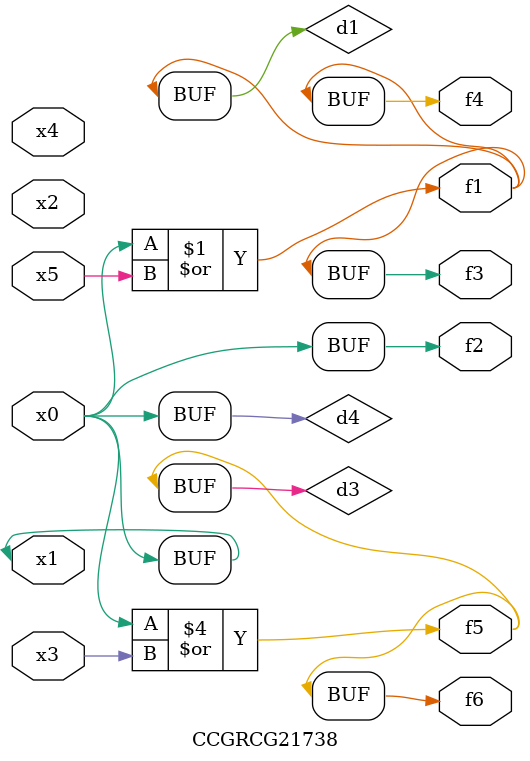
<source format=v>
module CCGRCG21738(
	input x0, x1, x2, x3, x4, x5,
	output f1, f2, f3, f4, f5, f6
);

	wire d1, d2, d3, d4;

	or (d1, x0, x5);
	xnor (d2, x1, x4);
	or (d3, x0, x3);
	buf (d4, x0, x1);
	assign f1 = d1;
	assign f2 = d4;
	assign f3 = d1;
	assign f4 = d1;
	assign f5 = d3;
	assign f6 = d3;
endmodule

</source>
